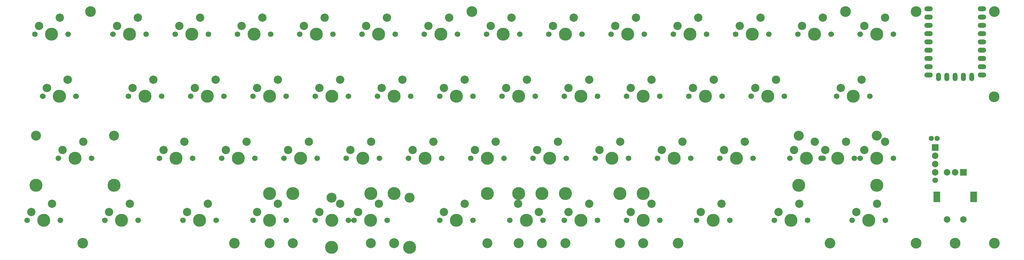
<source format=gbr>
%TF.GenerationSoftware,KiCad,Pcbnew,9.0.2*%
%TF.CreationDate,2025-07-09T23:02:58+05:30*%
%TF.ProjectId,comfort40pcb,636f6d66-6f72-4743-9430-7063622e6b69,rev?*%
%TF.SameCoordinates,Original*%
%TF.FileFunction,Soldermask,Top*%
%TF.FilePolarity,Negative*%
%FSLAX46Y46*%
G04 Gerber Fmt 4.6, Leading zero omitted, Abs format (unit mm)*
G04 Created by KiCad (PCBNEW 9.0.2) date 2025-07-09 23:02:58*
%MOMM*%
%LPD*%
G01*
G04 APERTURE LIST*
%ADD10C,1.701800*%
%ADD11C,3.987800*%
%ADD12C,2.540000*%
%ADD13C,3.250000*%
%ADD14C,3.300000*%
%ADD15O,2.600000X1.500000*%
%ADD16O,1.500000X2.600000*%
%ADD17C,3.048000*%
%ADD18C,1.700000*%
%ADD19R,2.000000X2.000000*%
%ADD20C,2.000000*%
%ADD21C,1.600000*%
%ADD22R,2.000000X3.200000*%
G04 APERTURE END LIST*
D10*
%TO.C,SW15*%
X86730000Y-89376250D03*
D11*
X91810000Y-89376250D03*
D10*
X96890000Y-89376250D03*
D12*
X94350000Y-84296250D03*
X88000000Y-86836250D03*
%TD*%
D13*
%TO.C,*%
X98896119Y-134476257D03*
%TD*%
D14*
%TO.C,*%
X377758619Y-89478093D03*
%TD*%
D10*
%TO.C,SW26*%
X303371250Y-89376250D03*
D11*
X308451250Y-89376250D03*
D10*
X313531250Y-89376250D03*
D12*
X310991250Y-84296250D03*
X304641250Y-86836250D03*
%TD*%
D10*
%TO.C,SW8*%
X222408750Y-70326250D03*
D11*
X227488750Y-70326250D03*
D10*
X232568750Y-70326250D03*
D12*
X230028750Y-65246250D03*
X223678750Y-67786250D03*
%TD*%
D15*
%TO.C,U1*%
X373994150Y-62520000D03*
X373994150Y-65060000D03*
X373994150Y-67600000D03*
X373994150Y-70140000D03*
X373994150Y-72680000D03*
X373994150Y-75220000D03*
X373994150Y-77760000D03*
X373994150Y-80300000D03*
X373994150Y-82840000D03*
D16*
X370904150Y-83390000D03*
X368364150Y-83390000D03*
X365824150Y-83390000D03*
X363284150Y-83390000D03*
X360744150Y-83390000D03*
D15*
X357654150Y-82840000D03*
X357654150Y-80300000D03*
X357654150Y-77760000D03*
X357654150Y-75220000D03*
X357654150Y-72680000D03*
X357654150Y-70140000D03*
X357654150Y-67600000D03*
X357654150Y-65060000D03*
X357654150Y-62520000D03*
%TD*%
D10*
%TO.C,SW34*%
X217646250Y-108426250D03*
D11*
X222726250Y-108426250D03*
D10*
X227806250Y-108426250D03*
D12*
X225266250Y-103346250D03*
X218916250Y-105886250D03*
%TD*%
D14*
%TO.C,*%
X217958619Y-63326251D03*
%TD*%
D10*
%TO.C,SW37*%
X274796250Y-108426250D03*
D11*
X279876250Y-108426250D03*
D10*
X284956250Y-108426250D03*
D12*
X282416250Y-103346250D03*
X276066250Y-105886250D03*
%TD*%
D11*
%TO.C,SW54*%
X222694500Y-119221250D03*
D17*
X222694500Y-134461250D03*
D10*
X229552500Y-127476250D03*
D11*
X234632500Y-127476250D03*
D10*
X239712500Y-127476250D03*
D11*
X246570500Y-119221250D03*
D17*
X246570500Y-134461250D03*
D12*
X232092500Y-122396250D03*
X238442500Y-124936250D03*
%TD*%
D10*
%TO.C,SW20*%
X189071250Y-89376250D03*
D11*
X194151250Y-89376250D03*
D10*
X199231250Y-89376250D03*
D12*
X196691250Y-84296250D03*
X190341250Y-86836250D03*
%TD*%
D10*
%TO.C,SW6*%
X184308750Y-70326250D03*
D11*
X189388750Y-70326250D03*
D10*
X194468750Y-70326250D03*
D12*
X191928750Y-65246250D03*
X185578750Y-67786250D03*
%TD*%
D10*
%TO.C,SW12*%
X298608750Y-70326250D03*
D11*
X303688750Y-70326250D03*
D10*
X308768750Y-70326250D03*
D12*
X306228750Y-65246250D03*
X299878750Y-67786250D03*
%TD*%
D10*
%TO.C,SW36*%
X255746250Y-108426250D03*
D11*
X260826250Y-108426250D03*
D10*
X265906250Y-108426250D03*
D12*
X263366250Y-103346250D03*
X257016250Y-105886250D03*
%TD*%
D14*
%TO.C,*%
X353864619Y-63301251D03*
%TD*%
D17*
%TO.C,SW47*%
X175069500Y-120491250D03*
D11*
X175069500Y-135731250D03*
D10*
X181927500Y-127476250D03*
D11*
X187007500Y-127476250D03*
D10*
X192087500Y-127476250D03*
D17*
X198945500Y-120491250D03*
D11*
X198945500Y-135731250D03*
D12*
X189547500Y-122396250D03*
X183197500Y-124936250D03*
%TD*%
D11*
%TO.C,SW46*%
X156051250Y-119221250D03*
D17*
X156051250Y-134461250D03*
D10*
X170021250Y-127476250D03*
D11*
X175101250Y-127476250D03*
D10*
X180181250Y-127476250D03*
D11*
X194151250Y-119221250D03*
D17*
X194151250Y-134461250D03*
D12*
X177641250Y-122396250D03*
X171291250Y-124936250D03*
%TD*%
D18*
%TO.C,SW3*%
X359698250Y-115200000D03*
D19*
X359698250Y-105090000D03*
D20*
X359698250Y-107630000D03*
X359698250Y-110170000D03*
X359698250Y-112710000D03*
D21*
X358473250Y-102250000D03*
X360323250Y-102250000D03*
%TD*%
D10*
%TO.C,SW24*%
X265271250Y-89376250D03*
D11*
X270351250Y-89376250D03*
D10*
X275431250Y-89376250D03*
D12*
X272891250Y-84296250D03*
X266541250Y-86836250D03*
%TD*%
D14*
%TO.C,MP*%
X365824119Y-134476253D03*
%TD*%
D10*
%TO.C,SW27*%
X329565000Y-89376250D03*
D11*
X334645000Y-89376250D03*
D10*
X339725000Y-89376250D03*
D12*
X337185000Y-84296250D03*
X330835000Y-86836250D03*
%TD*%
D10*
%TO.C,SW7*%
X203358750Y-70326250D03*
D11*
X208438750Y-70326250D03*
D10*
X213518750Y-70326250D03*
D12*
X210978750Y-65246250D03*
X204628750Y-67786250D03*
%TD*%
D10*
%TO.C,SW9*%
X241458750Y-70326250D03*
D11*
X246538750Y-70326250D03*
D10*
X251618750Y-70326250D03*
D12*
X249078750Y-65246250D03*
X242728750Y-67786250D03*
%TD*%
D10*
%TO.C,SW39*%
X315277500Y-108426250D03*
D11*
X320357500Y-108426250D03*
D10*
X325437500Y-108426250D03*
D12*
X322897500Y-103346250D03*
X316547500Y-105886250D03*
%TD*%
D10*
%TO.C,SW32*%
X179546250Y-108426250D03*
D11*
X184626250Y-108426250D03*
D10*
X189706250Y-108426250D03*
D12*
X187166250Y-103346250D03*
X180816250Y-105886250D03*
%TD*%
D10*
%TO.C,SW30*%
X141446250Y-108426250D03*
D11*
X146526250Y-108426250D03*
D10*
X151606250Y-108426250D03*
D12*
X149066250Y-103346250D03*
X142716250Y-105886250D03*
%TD*%
D19*
%TO.C,SW55*%
X368324150Y-112710000D03*
D20*
X363324150Y-112710000D03*
X365824150Y-112710000D03*
D22*
X371424150Y-120210000D03*
X360224150Y-120210000D03*
D20*
X363324150Y-127210000D03*
X368324150Y-127210000D03*
%TD*%
D10*
%TO.C,SW16*%
X112871250Y-89376250D03*
D11*
X117951250Y-89376250D03*
D10*
X123031250Y-89376250D03*
D12*
X120491250Y-84296250D03*
X114141250Y-86836250D03*
%TD*%
D10*
%TO.C,SW29*%
X122396250Y-108426250D03*
D11*
X127476250Y-108426250D03*
D10*
X132556250Y-108426250D03*
D12*
X130016250Y-103346250D03*
X123666250Y-105886250D03*
%TD*%
D13*
%TO.C,*%
X281062369Y-134476257D03*
%TD*%
D10*
%TO.C,SW23*%
X246221250Y-89376250D03*
D11*
X251301250Y-89376250D03*
D10*
X256381250Y-89376250D03*
D12*
X253841250Y-84296250D03*
X247491250Y-86836250D03*
%TD*%
D14*
%TO.C,*%
X101267974Y-63326251D03*
%TD*%
D10*
%TO.C,SW45*%
X150971250Y-127476250D03*
D11*
X156051250Y-127476250D03*
D10*
X161131250Y-127476250D03*
D12*
X158591250Y-122396250D03*
X152241250Y-124936250D03*
%TD*%
D14*
%TO.C,*%
X377783619Y-134501255D03*
%TD*%
%TO.C,*%
X377783619Y-63301251D03*
%TD*%
%TO.C,*%
X332258619Y-63326249D03*
%TD*%
D11*
%TO.C,SW\u002A\u002A*%
X163163250Y-119221250D03*
D17*
X163163250Y-134461250D03*
D11*
X187039250Y-119221250D03*
D17*
X187039250Y-134461250D03*
%TD*%
D10*
%TO.C,SW14*%
X336708750Y-70326250D03*
D11*
X341788750Y-70326250D03*
D10*
X346868750Y-70326250D03*
D12*
X344328750Y-65246250D03*
X337978750Y-67786250D03*
%TD*%
D10*
%TO.C,SW22*%
X227171250Y-89376250D03*
D11*
X232251250Y-89376250D03*
D10*
X237331250Y-89376250D03*
D12*
X234791250Y-84296250D03*
X228441250Y-86836250D03*
%TD*%
D10*
%TO.C,SW52*%
X310515000Y-127476250D03*
D11*
X315595000Y-127476250D03*
D10*
X320675000Y-127476250D03*
D12*
X318135000Y-122396250D03*
X311785000Y-124936250D03*
%TD*%
D10*
%TO.C,SW18*%
X150971250Y-89376250D03*
D11*
X156051250Y-89376250D03*
D10*
X161131250Y-89376250D03*
D12*
X158591250Y-84296250D03*
X152241250Y-86836250D03*
%TD*%
D10*
%TO.C,SW17*%
X131921250Y-89376250D03*
D11*
X137001250Y-89376250D03*
D10*
X142081250Y-89376250D03*
D12*
X139541250Y-84296250D03*
X133191250Y-86836250D03*
%TD*%
D14*
%TO.C,*%
X353864619Y-134501253D03*
%TD*%
D17*
%TO.C,SW40*%
X317944500Y-101441250D03*
D11*
X317944500Y-116681250D03*
D10*
X324802500Y-108426250D03*
D11*
X329882500Y-108426250D03*
D10*
X334962500Y-108426250D03*
D17*
X341820500Y-101441250D03*
D11*
X341820500Y-116681250D03*
D12*
X332422500Y-103346250D03*
X326072500Y-105886250D03*
%TD*%
D10*
%TO.C,SW5*%
X165258750Y-70326250D03*
D11*
X170338750Y-70326250D03*
D10*
X175418750Y-70326250D03*
D12*
X172878750Y-65246250D03*
X166528750Y-67786250D03*
%TD*%
D10*
%TO.C,SW2*%
X108108750Y-70326250D03*
D11*
X113188750Y-70326250D03*
D10*
X118268750Y-70326250D03*
D12*
X115728750Y-65246250D03*
X109378750Y-67786250D03*
%TD*%
D10*
%TO.C,SW31*%
X160496250Y-108426250D03*
D11*
X165576250Y-108426250D03*
D10*
X170656250Y-108426250D03*
D12*
X168116250Y-103346250D03*
X161766250Y-105886250D03*
%TD*%
D13*
%TO.C,*%
X145329869Y-134476257D03*
%TD*%
D10*
%TO.C,SW19*%
X170021250Y-89376250D03*
D11*
X175101250Y-89376250D03*
D10*
X180181250Y-89376250D03*
D12*
X177641250Y-84296250D03*
X171291250Y-86836250D03*
%TD*%
D11*
%TO.C,SW49*%
X232251250Y-119221250D03*
D17*
X232251250Y-134461250D03*
D10*
X246221250Y-127476250D03*
D11*
X251301250Y-127476250D03*
D10*
X256381250Y-127476250D03*
D11*
X270351250Y-119221250D03*
D17*
X270351250Y-134461250D03*
D12*
X253841250Y-122396250D03*
X247491250Y-124936250D03*
%TD*%
D10*
%TO.C,SW50*%
X265271250Y-127476250D03*
D11*
X270351250Y-127476250D03*
D10*
X275431250Y-127476250D03*
D12*
X272891250Y-122396250D03*
X266541250Y-124936250D03*
%TD*%
D17*
%TO.C,SW28*%
X84582000Y-101441250D03*
D11*
X84582000Y-116681250D03*
D10*
X91440000Y-108426250D03*
D11*
X96520000Y-108426250D03*
D10*
X101600000Y-108426250D03*
D17*
X108458000Y-101441250D03*
D11*
X108458000Y-116681250D03*
D12*
X99060000Y-103346250D03*
X92710000Y-105886250D03*
%TD*%
D10*
%TO.C,SW51*%
X286702500Y-127476250D03*
D11*
X291782500Y-127476250D03*
D10*
X296862500Y-127476250D03*
D12*
X294322500Y-122396250D03*
X287972500Y-124936250D03*
%TD*%
D10*
%TO.C,SW48*%
X208121250Y-127476250D03*
D11*
X213201250Y-127476250D03*
D10*
X218281250Y-127476250D03*
D12*
X215741250Y-122396250D03*
X209391250Y-124936250D03*
%TD*%
D10*
%TO.C,SW10*%
X260508750Y-70326250D03*
D11*
X265588750Y-70326250D03*
D10*
X270668750Y-70326250D03*
D12*
X268128750Y-65246250D03*
X261778750Y-67786250D03*
%TD*%
D10*
%TO.C,SW3*%
X127158750Y-70326250D03*
D11*
X132238750Y-70326250D03*
D10*
X137318750Y-70326250D03*
D12*
X134778750Y-65246250D03*
X128428750Y-67786250D03*
%TD*%
D10*
%TO.C,SW44*%
X129540000Y-127476250D03*
D11*
X134620000Y-127476250D03*
D10*
X139700000Y-127476250D03*
D12*
X137160000Y-122396250D03*
X130810000Y-124936250D03*
%TD*%
D10*
%TO.C,SW42*%
X81915000Y-127476250D03*
D11*
X86995000Y-127476250D03*
D10*
X92075000Y-127476250D03*
D12*
X89535000Y-122396250D03*
X83185000Y-124936250D03*
%TD*%
D10*
%TO.C,SW11*%
X279558750Y-70326250D03*
D11*
X284638750Y-70326250D03*
D10*
X289718750Y-70326250D03*
D12*
X287178750Y-65246250D03*
X280828750Y-67786250D03*
%TD*%
D10*
%TO.C,SW13*%
X317658750Y-70326250D03*
D11*
X322738750Y-70326250D03*
D10*
X327818750Y-70326250D03*
D12*
X325278750Y-65246250D03*
X318928750Y-67786250D03*
%TD*%
D10*
%TO.C,SW1*%
X84296250Y-70326250D03*
D11*
X89376250Y-70326250D03*
D10*
X94456250Y-70326250D03*
D12*
X91916250Y-65246250D03*
X85566250Y-67786250D03*
%TD*%
D10*
%TO.C,SW55*%
X86677500Y-89376250D03*
D11*
X91757500Y-89376250D03*
D10*
X96837500Y-89376250D03*
D12*
X94297500Y-84296250D03*
X87947500Y-86836250D03*
%TD*%
D11*
%TO.C,SW\u002A\u002A*%
X239363250Y-119221250D03*
D17*
X239363250Y-134461250D03*
D11*
X263239250Y-119221250D03*
D17*
X263239250Y-134461250D03*
%TD*%
D10*
%TO.C,SW41*%
X336708750Y-108426250D03*
D11*
X341788750Y-108426250D03*
D10*
X346868750Y-108426250D03*
D12*
X344328750Y-103346250D03*
X337978750Y-105886250D03*
%TD*%
D10*
%TO.C,SW21*%
X208121250Y-89376250D03*
D11*
X213201250Y-89376250D03*
D10*
X218281250Y-89376250D03*
D12*
X215741250Y-84296250D03*
X209391250Y-86836250D03*
%TD*%
D10*
%TO.C,SW25*%
X284321250Y-89376250D03*
D11*
X289401250Y-89376250D03*
D10*
X294481250Y-89376250D03*
D12*
X291941250Y-84296250D03*
X285591250Y-86836250D03*
%TD*%
D10*
%TO.C,SW4*%
X146208750Y-70326250D03*
D11*
X151288750Y-70326250D03*
D10*
X156368750Y-70326250D03*
D12*
X153828750Y-65246250D03*
X147478750Y-67786250D03*
%TD*%
D10*
%TO.C,SW43*%
X105727500Y-127476250D03*
D11*
X110807500Y-127476250D03*
D10*
X115887500Y-127476250D03*
D12*
X113347500Y-122396250D03*
X106997500Y-124936250D03*
%TD*%
D10*
%TO.C,SW33*%
X198596250Y-108426250D03*
D11*
X203676250Y-108426250D03*
D10*
X208756250Y-108426250D03*
D12*
X206216250Y-103346250D03*
X199866250Y-105886250D03*
%TD*%
D13*
%TO.C,*%
X327496119Y-134476257D03*
%TD*%
D10*
%TO.C,SW35*%
X236696250Y-108426250D03*
D11*
X241776250Y-108426250D03*
D10*
X246856250Y-108426250D03*
D12*
X244316250Y-103346250D03*
X237966250Y-105886250D03*
%TD*%
D10*
%TO.C,SW53*%
X334327500Y-127476250D03*
D11*
X339407500Y-127476250D03*
D10*
X344487500Y-127476250D03*
D12*
X341947500Y-122396250D03*
X335597500Y-124936250D03*
%TD*%
D10*
%TO.C,SW38*%
X293846250Y-108426250D03*
D11*
X298926250Y-108426250D03*
D10*
X304006250Y-108426250D03*
D12*
X301466250Y-103346250D03*
X295116250Y-105886250D03*
%TD*%
M02*

</source>
